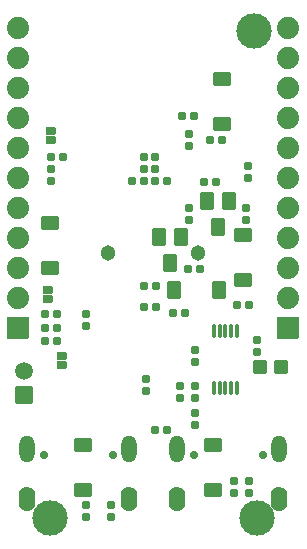
<source format=gbr>
%TF.GenerationSoftware,KiCad,Pcbnew,7.0.9-7.0.9~ubuntu22.04.1*%
%TF.CreationDate,2025-06-23T15:00:47+03:00*%
%TF.ProjectId,ESP32-C6-DevKit-Lipo_Rev_A,45535033-322d-4433-962d-4465764b6974,A*%
%TF.SameCoordinates,PX791ddc0PY791ddc0*%
%TF.FileFunction,Soldermask,Bot*%
%TF.FilePolarity,Negative*%
%FSLAX46Y46*%
G04 Gerber Fmt 4.6, Leading zero omitted, Abs format (unit mm)*
G04 Created by KiCad (PCBNEW 7.0.9-7.0.9~ubuntu22.04.1) date 2025-06-23 15:00:47*
%MOMM*%
%LPD*%
G01*
G04 APERTURE LIST*
G04 Aperture macros list*
%AMRoundRect*
0 Rectangle with rounded corners*
0 $1 Rounding radius*
0 $2 $3 $4 $5 $6 $7 $8 $9 X,Y pos of 4 corners*
0 Add a 4 corners polygon primitive as box body*
4,1,4,$2,$3,$4,$5,$6,$7,$8,$9,$2,$3,0*
0 Add four circle primitives for the rounded corners*
1,1,$1+$1,$2,$3*
1,1,$1+$1,$4,$5*
1,1,$1+$1,$6,$7*
1,1,$1+$1,$8,$9*
0 Add four rect primitives between the rounded corners*
20,1,$1+$1,$2,$3,$4,$5,0*
20,1,$1+$1,$4,$5,$6,$7,0*
20,1,$1+$1,$6,$7,$8,$9,0*
20,1,$1+$1,$8,$9,$2,$3,0*%
G04 Aperture macros list end*
%ADD10RoundRect,0.050800X0.700000X-0.700000X0.700000X0.700000X-0.700000X0.700000X-0.700000X-0.700000X0*%
%ADD11C,1.501600*%
%ADD12C,0.701600*%
%ADD13O,1.301600X2.301600*%
%ADD14O,1.401600X2.101600*%
%ADD15C,1.301600*%
%ADD16RoundRect,0.050800X0.250000X0.275000X-0.250000X0.275000X-0.250000X-0.275000X0.250000X-0.275000X0*%
%ADD17RoundRect,0.050800X-0.250000X-0.275000X0.250000X-0.275000X0.250000X0.275000X-0.250000X0.275000X0*%
%ADD18RoundRect,0.050800X0.500000X-0.700000X0.500000X0.700000X-0.500000X0.700000X-0.500000X-0.700000X0*%
%ADD19RoundRect,0.050800X0.275000X-0.250000X0.275000X0.250000X-0.275000X0.250000X-0.275000X-0.250000X0*%
%ADD20RoundRect,0.050800X-0.275000X0.250000X-0.275000X-0.250000X0.275000X-0.250000X0.275000X0.250000X0*%
%ADD21RoundRect,0.050800X-0.700000X0.500000X-0.700000X-0.500000X0.700000X-0.500000X0.700000X0.500000X0*%
%ADD22RoundRect,0.050800X0.381000X-0.254000X0.381000X0.254000X-0.381000X0.254000X-0.381000X-0.254000X0*%
%ADD23RoundRect,0.050800X0.700000X-0.500000X0.700000X0.500000X-0.700000X0.500000X-0.700000X-0.500000X0*%
%ADD24RoundRect,0.050800X-0.381000X0.254000X-0.381000X-0.254000X0.381000X-0.254000X0.381000X0.254000X0*%
%ADD25C,3.000000*%
%ADD26RoundRect,0.050800X0.889000X-0.889000X0.889000X0.889000X-0.889000X0.889000X-0.889000X-0.889000X0*%
%ADD27C,1.879600*%
%ADD28RoundRect,0.050800X0.500000X0.700000X-0.500000X0.700000X-0.500000X-0.700000X0.500000X-0.700000X0*%
%ADD29RoundRect,0.050800X0.125000X0.500000X-0.125000X0.500000X-0.125000X-0.500000X0.125000X-0.500000X0*%
%ADD30RoundRect,0.050800X-0.508000X-0.508000X0.508000X-0.508000X0.508000X0.508000X-0.508000X0.508000X0*%
G04 APERTURE END LIST*
D10*
%TO.C,BAT1*%
X1747520Y12065000D03*
D11*
X1744980Y14094460D03*
%TD*%
D12*
%TO.C,USB-C1*%
X9240000Y6975000D03*
X3460000Y6975000D03*
D13*
X10670000Y7475000D03*
X2030000Y7475000D03*
D14*
X10670000Y3295000D03*
X2030000Y3295000D03*
%TD*%
D15*
%TO.C,UEXT1*%
X16510000Y24130000D03*
X8890000Y24130000D03*
%TD*%
D14*
%TO.C,USB-UART1*%
X14730000Y3295000D03*
X23370000Y3295000D03*
D13*
X14730000Y7475000D03*
X23370000Y7475000D03*
D12*
X16160000Y6975000D03*
X21940000Y6975000D03*
%TD*%
D16*
%TO.C,C5*%
X12827000Y30226000D03*
D17*
X13843000Y30226000D03*
%TD*%
D18*
%TO.C,Q1*%
X13147040Y25491440D03*
X15049500Y25491440D03*
X14094460Y23281640D03*
%TD*%
D19*
%TO.C,R17*%
X16256000Y10541000D03*
D20*
X16256000Y9525000D03*
%TD*%
D19*
%TO.C,R27*%
X6985000Y2794000D03*
D20*
X6985000Y1778000D03*
%TD*%
D17*
%TO.C,R22*%
X18034000Y30099000D03*
D16*
X17018000Y30099000D03*
%TD*%
D21*
%TO.C,D5*%
X18542000Y38857000D03*
X18542000Y35057000D03*
%TD*%
D17*
%TO.C,C6*%
X11938000Y30226000D03*
D16*
X10922000Y30226000D03*
%TD*%
D22*
%TO.C,PWR_SENS_E1*%
X4064000Y33655000D03*
X4064000Y34417000D03*
%TD*%
D23*
%TO.C,D2*%
X17780000Y4069000D03*
X17780000Y7869000D03*
%TD*%
D17*
%TO.C,R3*%
X4572000Y16637000D03*
D16*
X3556000Y16637000D03*
%TD*%
D19*
%TO.C,R23*%
X16256000Y15875000D03*
D20*
X16256000Y14859000D03*
%TD*%
%TO.C,R26*%
X9144000Y1778000D03*
D19*
X9144000Y2794000D03*
%TD*%
D24*
%TO.C,BAT_PWR_E1*%
X4953000Y15367000D03*
X4953000Y14605000D03*
%TD*%
D21*
%TO.C,D7*%
X20320000Y25649000D03*
X20320000Y21849000D03*
%TD*%
D20*
%TO.C,C9*%
X16256000Y11811000D03*
D19*
X16256000Y12827000D03*
%TD*%
D20*
%TO.C,R16*%
X12065000Y12446000D03*
D19*
X12065000Y13462000D03*
%TD*%
D22*
%TO.C,BAT_SENS_E1*%
X3810000Y20193000D03*
X3810000Y20955000D03*
%TD*%
D25*
%TO.C,FID4*%
X3937000Y1651000D03*
%TD*%
D17*
%TO.C,C4*%
X4572000Y18923000D03*
D16*
X3556000Y18923000D03*
%TD*%
D23*
%TO.C,D3*%
X6731000Y4069000D03*
X6731000Y7869000D03*
%TD*%
D20*
%TO.C,R15*%
X14986000Y11811000D03*
D19*
X14986000Y12827000D03*
%TD*%
D25*
%TO.C,FID6*%
X21463000Y1651000D03*
%TD*%
D17*
%TO.C,R19*%
X16637000Y22733000D03*
D16*
X15621000Y22733000D03*
%TD*%
%TO.C,R5*%
X4064000Y32258000D03*
D17*
X5080000Y32258000D03*
%TD*%
D20*
%TO.C,R18*%
X21463000Y15748000D03*
D19*
X21463000Y16764000D03*
%TD*%
D26*
%TO.C,EXT1*%
X1270000Y17780000D03*
D27*
X1270000Y20320000D03*
X1270000Y22860000D03*
X1270000Y25400000D03*
X1270000Y27940000D03*
X1270000Y30480000D03*
X1270000Y33020000D03*
X1270000Y35560000D03*
X1270000Y38100000D03*
X1270000Y40640000D03*
X1270000Y43180000D03*
%TD*%
D28*
%TO.C,D4*%
X18283000Y20955000D03*
X14483000Y20955000D03*
%TD*%
D29*
%TO.C,U4*%
X19796000Y12713000D03*
X19296000Y12713000D03*
X18796000Y12713000D03*
X18296000Y12713000D03*
X17796000Y12713000D03*
X17796000Y17513000D03*
X18296000Y17513000D03*
X18796000Y17513000D03*
X19296000Y17513000D03*
X19796000Y17513000D03*
%TD*%
D20*
%TO.C,R25*%
X19558000Y3810000D03*
D19*
X19558000Y4826000D03*
%TD*%
D17*
%TO.C,R20*%
X15367000Y19050000D03*
D16*
X14351000Y19050000D03*
%TD*%
%TO.C,C12*%
X19812000Y19685000D03*
D17*
X20828000Y19685000D03*
%TD*%
%TO.C,R7*%
X12954000Y21336000D03*
D16*
X11938000Y21336000D03*
%TD*%
D18*
%TO.C,Q2*%
X17211040Y28539440D03*
X19113500Y28539440D03*
X18158460Y26329640D03*
%TD*%
D20*
%TO.C,R11*%
X15748000Y33147000D03*
D19*
X15748000Y34163000D03*
%TD*%
D16*
%TO.C,R4*%
X12827000Y9144000D03*
D17*
X13843000Y9144000D03*
%TD*%
D20*
%TO.C,R12*%
X6985000Y17907000D03*
D19*
X6985000Y18923000D03*
%TD*%
D26*
%TO.C,EXT2*%
X24130000Y17780000D03*
D27*
X24130000Y20320000D03*
X24130000Y22860000D03*
X24130000Y25400000D03*
X24130000Y27940000D03*
X24130000Y30480000D03*
X24130000Y33020000D03*
X24130000Y35560000D03*
X24130000Y38100000D03*
X24130000Y40640000D03*
X24130000Y43180000D03*
%TD*%
D19*
%TO.C,R21*%
X20701000Y31496000D03*
D20*
X20701000Y30480000D03*
%TD*%
D23*
%TO.C,D6*%
X3937000Y22865000D03*
X3937000Y26665000D03*
%TD*%
D20*
%TO.C,R24*%
X20828000Y3810000D03*
D19*
X20828000Y4826000D03*
%TD*%
D17*
%TO.C,R8*%
X12954000Y19558000D03*
D16*
X11938000Y19558000D03*
%TD*%
D19*
%TO.C,R30*%
X20574000Y27940000D03*
D20*
X20574000Y26924000D03*
%TD*%
%TO.C,R28*%
X15748000Y26924000D03*
D19*
X15748000Y27940000D03*
%TD*%
D25*
%TO.C,FID5*%
X21209000Y42926000D03*
%TD*%
D20*
%TO.C,R13*%
X11938000Y31242000D03*
D19*
X11938000Y32258000D03*
%TD*%
D17*
%TO.C,R9*%
X16129000Y35687000D03*
D16*
X15113000Y35687000D03*
%TD*%
D20*
%TO.C,R1*%
X4064000Y30226000D03*
D19*
X4064000Y31242000D03*
%TD*%
D16*
%TO.C,R6*%
X3556000Y17780000D03*
D17*
X4572000Y17780000D03*
%TD*%
%TO.C,R10*%
X18542000Y33655000D03*
D16*
X17526000Y33655000D03*
%TD*%
D30*
%TO.C,C11*%
X21717000Y14478000D03*
X23495000Y14478000D03*
%TD*%
D19*
%TO.C,R14*%
X12827000Y32258000D03*
D20*
X12827000Y31242000D03*
%TD*%
M02*

</source>
